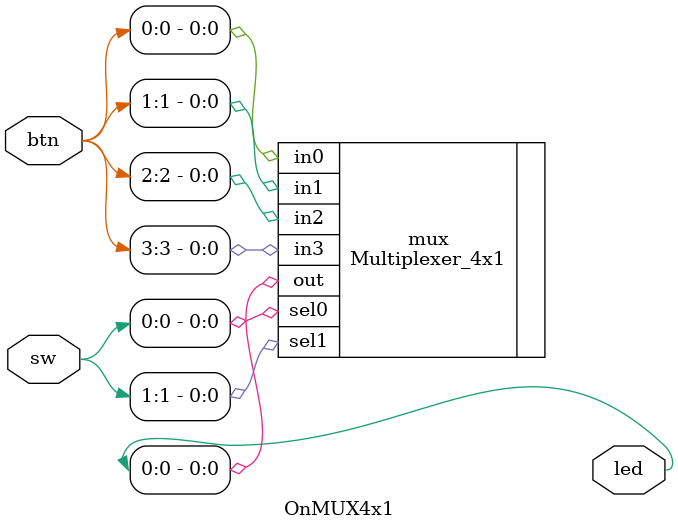
<source format=v>
`timescale 1ns / 1ps


module OnMUX4x1(
    output [3:0]led,
    input [3:0]sw,
    input [3:0]btn
    );
    
    Multiplexer_4x1 mux(.out(led[0]), .sel0(sw[0]), .sel1(sw[1]), .in0(btn[0]), .in1(btn[1]), .in2(btn[2]), .in3(btn[3]));
endmodule

</source>
